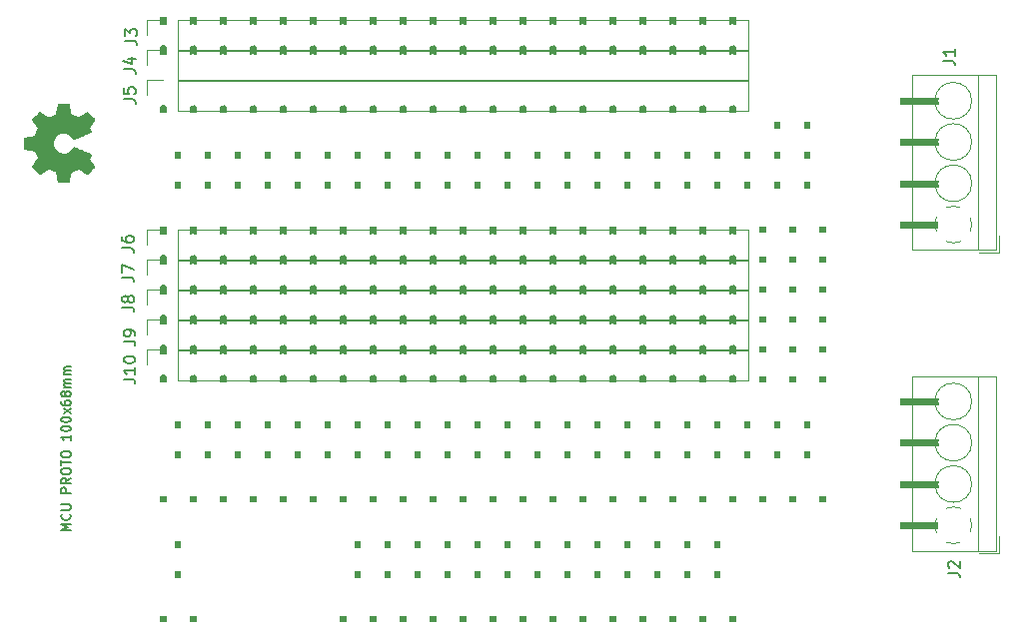
<source format=gbr>
G04 #@! TF.GenerationSoftware,KiCad,Pcbnew,5.1.5+dfsg1-2build2*
G04 #@! TF.CreationDate,2022-02-10T23:43:27-05:00*
G04 #@! TF.ProjectId,MCU_PROTO_100x68mm,4d43555f-5052-44f5-944f-5f3130307836,rev?*
G04 #@! TF.SameCoordinates,Original*
G04 #@! TF.FileFunction,Legend,Top*
G04 #@! TF.FilePolarity,Positive*
%FSLAX46Y46*%
G04 Gerber Fmt 4.6, Leading zero omitted, Abs format (unit mm)*
G04 Created by KiCad (PCBNEW 5.1.5+dfsg1-2build2) date 2022-02-10 23:43:27*
%MOMM*%
%LPD*%
G04 APERTURE LIST*
%ADD10C,0.600000*%
%ADD11C,0.150000*%
%ADD12C,0.120000*%
%ADD13C,0.010000*%
%ADD14O,1.802000X1.802000*%
%ADD15R,1.802000X1.802000*%
%ADD16C,2.102000*%
%ADD17C,3.102000*%
%ADD18C,2.502000*%
%ADD19R,2.502000X2.502000*%
%ADD20C,2.100980*%
G04 APERTURE END LIST*
D10*
X175165000Y-147000000D02*
X178665000Y-147000000D01*
X175165000Y-143500000D02*
X178665000Y-143500000D01*
X175165000Y-140000000D02*
X178665000Y-140000000D01*
X175165000Y-136500000D02*
X178665000Y-136500000D01*
X175165000Y-121500000D02*
X178665000Y-121500000D01*
X175165000Y-118000000D02*
X178665000Y-118000000D01*
X175165000Y-114500000D02*
X178665000Y-114500000D01*
X175165000Y-111000000D02*
X178665000Y-111000000D01*
X167360600Y-113070000D02*
X167860600Y-113070000D01*
X164820600Y-113070000D02*
X165320600Y-113070000D01*
X159740600Y-151170000D02*
X160240600Y-151170000D01*
X157200600Y-151170000D02*
X157700600Y-151170000D01*
X154660600Y-151170000D02*
X155160600Y-151170000D01*
X152120600Y-151170000D02*
X152620600Y-151170000D01*
X149580600Y-151170000D02*
X150080600Y-151170000D01*
X147040600Y-151170000D02*
X147540600Y-151170000D01*
X144500600Y-151170000D02*
X145000600Y-151170000D01*
X141960600Y-151170000D02*
X142460600Y-151170000D01*
X139420600Y-151170000D02*
X139920600Y-151170000D01*
X136880600Y-151170000D02*
X137380600Y-151170000D01*
X134340600Y-151170000D02*
X134840600Y-151170000D01*
X131800600Y-151170000D02*
X132300600Y-151170000D01*
X129260600Y-151170000D02*
X129760600Y-151170000D01*
X114020600Y-151170000D02*
X114520600Y-151170000D01*
X159740600Y-148630000D02*
X160240600Y-148630000D01*
X157200600Y-148630000D02*
X157700600Y-148630000D01*
X154660600Y-148630000D02*
X155160600Y-148630000D01*
X152120600Y-148630000D02*
X152620600Y-148630000D01*
X149580600Y-148630000D02*
X150080600Y-148630000D01*
X147040600Y-148630000D02*
X147540600Y-148630000D01*
X144500600Y-148630000D02*
X145000600Y-148630000D01*
X141960600Y-148630000D02*
X142460600Y-148630000D01*
X139420600Y-148630000D02*
X139920600Y-148630000D01*
X136880600Y-148630000D02*
X137380600Y-148630000D01*
X134340600Y-148630000D02*
X134840600Y-148630000D01*
X131800600Y-148630000D02*
X132300600Y-148630000D01*
X129260600Y-148630000D02*
X129760600Y-148630000D01*
X114020600Y-148630000D02*
X114520600Y-148630000D01*
X167360600Y-141010000D02*
X167860600Y-141010000D01*
X164820600Y-141010000D02*
X165320600Y-141010000D01*
X162280600Y-141010000D02*
X162780600Y-141010000D01*
X159740600Y-141010000D02*
X160240600Y-141010000D01*
X157200600Y-141010000D02*
X157700600Y-141010000D01*
X154660600Y-141010000D02*
X155160600Y-141010000D01*
X152120600Y-141010000D02*
X152620600Y-141010000D01*
X149580600Y-141010000D02*
X150080600Y-141010000D01*
X147040600Y-141010000D02*
X147540600Y-141010000D01*
X144500600Y-141010000D02*
X145000600Y-141010000D01*
X141960600Y-141010000D02*
X142460600Y-141010000D01*
X139420600Y-141010000D02*
X139920600Y-141010000D01*
X136880600Y-141010000D02*
X137380600Y-141010000D01*
X134340600Y-141010000D02*
X134840600Y-141010000D01*
X131800600Y-141010000D02*
X132300600Y-141010000D01*
X129260600Y-141010000D02*
X129760600Y-141010000D01*
X126720600Y-141010000D02*
X127220600Y-141010000D01*
X124180600Y-141010000D02*
X124680600Y-141010000D01*
X121640600Y-141010000D02*
X122140600Y-141010000D01*
X119100600Y-141010000D02*
X119600600Y-141010000D01*
X116560600Y-141010000D02*
X117060600Y-141010000D01*
X114020600Y-141010000D02*
X114520600Y-141010000D01*
X167360600Y-138470000D02*
X167860600Y-138470000D01*
X164820600Y-138470000D02*
X165320600Y-138470000D01*
X162280600Y-138470000D02*
X162780600Y-138470000D01*
X159740600Y-138470000D02*
X160240600Y-138470000D01*
X157200600Y-138470000D02*
X157700600Y-138470000D01*
X154660600Y-138470000D02*
X155160600Y-138470000D01*
X152120600Y-138470000D02*
X152620600Y-138470000D01*
X149580600Y-138470000D02*
X150080600Y-138470000D01*
X147040600Y-138470000D02*
X147540600Y-138470000D01*
X144500600Y-138470000D02*
X145000600Y-138470000D01*
X141960600Y-138470000D02*
X142460600Y-138470000D01*
X139420600Y-138470000D02*
X139920600Y-138470000D01*
X136880600Y-138470000D02*
X137380600Y-138470000D01*
X134340600Y-138470000D02*
X134840600Y-138470000D01*
X131800600Y-138470000D02*
X132300600Y-138470000D01*
X129260600Y-138470000D02*
X129760600Y-138470000D01*
X126720600Y-138470000D02*
X127220600Y-138470000D01*
X124180600Y-138470000D02*
X124680600Y-138470000D01*
X121640600Y-138470000D02*
X122140600Y-138470000D01*
X119100600Y-138470000D02*
X119600600Y-138470000D01*
X116560600Y-138470000D02*
X117060600Y-138470000D01*
X114020600Y-138470000D02*
X114520600Y-138470000D01*
X167360600Y-118150000D02*
X167860600Y-118150000D01*
X164820600Y-118150000D02*
X165320600Y-118150000D01*
X162280600Y-118150000D02*
X162780600Y-118150000D01*
X159740600Y-118150000D02*
X160240600Y-118150000D01*
X157200600Y-118150000D02*
X157700600Y-118150000D01*
X154660600Y-118150000D02*
X155160600Y-118150000D01*
X152120600Y-118150000D02*
X152620600Y-118150000D01*
X149580600Y-118150000D02*
X150080600Y-118150000D01*
X147040600Y-118150000D02*
X147540600Y-118150000D01*
X144500600Y-118150000D02*
X145000600Y-118150000D01*
X141960600Y-118150000D02*
X142460600Y-118150000D01*
X139420600Y-118150000D02*
X139920600Y-118150000D01*
X136880600Y-118150000D02*
X137380600Y-118150000D01*
X134340600Y-118150000D02*
X134840600Y-118150000D01*
X131800600Y-118150000D02*
X132300600Y-118150000D01*
X129260600Y-118150000D02*
X129760600Y-118150000D01*
X126720600Y-118150000D02*
X127220600Y-118150000D01*
X124180600Y-118150000D02*
X124680600Y-118150000D01*
X121640600Y-118150000D02*
X122140600Y-118150000D01*
X119100600Y-118150000D02*
X119600600Y-118150000D01*
X116560600Y-118150000D02*
X117060600Y-118150000D01*
X114020600Y-118150000D02*
X114520600Y-118150000D01*
X167360600Y-115610000D02*
X167860600Y-115610000D01*
X164820600Y-115610000D02*
X165320600Y-115610000D01*
X162280600Y-115610000D02*
X162780600Y-115610000D01*
X159740600Y-115610000D02*
X160240600Y-115610000D01*
X157200600Y-115610000D02*
X157700600Y-115610000D01*
X154660600Y-115610000D02*
X155160600Y-115610000D01*
X152120600Y-115610000D02*
X152620600Y-115610000D01*
X149580600Y-115610000D02*
X150080600Y-115610000D01*
X147040600Y-115610000D02*
X147540600Y-115610000D01*
X144500600Y-115610000D02*
X145000600Y-115610000D01*
X141960600Y-115610000D02*
X142460600Y-115610000D01*
X139420600Y-115610000D02*
X139920600Y-115610000D01*
X136880600Y-115610000D02*
X137380600Y-115610000D01*
X134340600Y-115610000D02*
X134840600Y-115610000D01*
X131800600Y-115610000D02*
X132300600Y-115610000D01*
X129260600Y-115610000D02*
X129760600Y-115610000D01*
X126720600Y-115610000D02*
X127220600Y-115610000D01*
X124180600Y-115610000D02*
X124680600Y-115610000D01*
X121640600Y-115610000D02*
X122140600Y-115610000D01*
X119100600Y-115610000D02*
X119600600Y-115610000D01*
X116560600Y-115610000D02*
X117060600Y-115610000D01*
X114020600Y-115610000D02*
X114520600Y-115610000D01*
X161264600Y-154800000D02*
X161264600Y-155300000D01*
X158724600Y-154800000D02*
X158724600Y-155300000D01*
X156184600Y-154800000D02*
X156184600Y-155300000D01*
X153644600Y-154800000D02*
X153644600Y-155300000D01*
X151104600Y-154800000D02*
X151104600Y-155300000D01*
X148564600Y-154800000D02*
X148564600Y-155300000D01*
X146024600Y-154800000D02*
X146024600Y-155300000D01*
X143484600Y-154800000D02*
X143484600Y-155300000D01*
X140944600Y-154800000D02*
X140944600Y-155300000D01*
X138404600Y-154800000D02*
X138404600Y-155300000D01*
X135864600Y-154800000D02*
X135864600Y-155300000D01*
X133324600Y-154800000D02*
X133324600Y-155300000D01*
X130784600Y-154800000D02*
X130784600Y-155300000D01*
X128244600Y-154800000D02*
X128244600Y-155300000D01*
X115544600Y-154800000D02*
X115544600Y-155300000D01*
X113004600Y-154800000D02*
X113004600Y-155300000D01*
X168884600Y-144640000D02*
X168884600Y-145140000D01*
X166344600Y-144640000D02*
X166344600Y-145140000D01*
X163804600Y-144640000D02*
X163804600Y-145140000D01*
X161264600Y-144640000D02*
X161264600Y-145140000D01*
X158724600Y-144640000D02*
X158724600Y-145140000D01*
X156184600Y-144640000D02*
X156184600Y-145140000D01*
X153644600Y-144640000D02*
X153644600Y-145140000D01*
X151104600Y-144640000D02*
X151104600Y-145140000D01*
X148564600Y-144640000D02*
X148564600Y-145140000D01*
X146024600Y-144640000D02*
X146024600Y-145140000D01*
X143484600Y-144640000D02*
X143484600Y-145140000D01*
X140944600Y-144640000D02*
X140944600Y-145140000D01*
X138404600Y-144640000D02*
X138404600Y-145140000D01*
X135864600Y-144640000D02*
X135864600Y-145140000D01*
X133324600Y-144640000D02*
X133324600Y-145140000D01*
X130784600Y-144640000D02*
X130784600Y-145140000D01*
X128244600Y-144640000D02*
X128244600Y-145140000D01*
X125704600Y-144640000D02*
X125704600Y-145140000D01*
X123164600Y-144640000D02*
X123164600Y-145140000D01*
X120624600Y-144640000D02*
X120624600Y-145140000D01*
X118084600Y-144640000D02*
X118084600Y-145140000D01*
X115544600Y-144640000D02*
X115544600Y-145140000D01*
X113004600Y-144640000D02*
X113004600Y-145140000D01*
X168884600Y-134480000D02*
X168884600Y-134980000D01*
X166344600Y-134480000D02*
X166344600Y-134980000D01*
X163804600Y-134480000D02*
X163804600Y-134980000D01*
X161264600Y-134480000D02*
X161264600Y-134980000D01*
X158724600Y-134480000D02*
X158724600Y-134980000D01*
X156184600Y-134480000D02*
X156184600Y-134980000D01*
X153644600Y-134480000D02*
X153644600Y-134980000D01*
X151104600Y-134480000D02*
X151104600Y-134980000D01*
X148564600Y-134480000D02*
X148564600Y-134980000D01*
X146024600Y-134480000D02*
X146024600Y-134980000D01*
X143484600Y-134480000D02*
X143484600Y-134980000D01*
X140944600Y-134480000D02*
X140944600Y-134980000D01*
X138404600Y-134480000D02*
X138404600Y-134980000D01*
X135864600Y-134480000D02*
X135864600Y-134980000D01*
X133324600Y-134480000D02*
X133324600Y-134980000D01*
X130784600Y-134480000D02*
X130784600Y-134980000D01*
X128244600Y-134480000D02*
X128244600Y-134980000D01*
X125704600Y-134480000D02*
X125704600Y-134980000D01*
X123164600Y-134480000D02*
X123164600Y-134980000D01*
X120624600Y-134480000D02*
X120624600Y-134980000D01*
X118084600Y-134480000D02*
X118084600Y-134980000D01*
X115544600Y-134480000D02*
X115544600Y-134980000D01*
X113004600Y-134480000D02*
X113004600Y-134980000D01*
X168884600Y-131940000D02*
X168884600Y-132440000D01*
X166344600Y-131940000D02*
X166344600Y-132440000D01*
X163804600Y-131940000D02*
X163804600Y-132440000D01*
X161264600Y-131940000D02*
X161264600Y-132440000D01*
X158724600Y-131940000D02*
X158724600Y-132440000D01*
X156184600Y-131940000D02*
X156184600Y-132440000D01*
X153644600Y-131940000D02*
X153644600Y-132440000D01*
X151104600Y-131940000D02*
X151104600Y-132440000D01*
X148564600Y-131940000D02*
X148564600Y-132440000D01*
X146024600Y-131940000D02*
X146024600Y-132440000D01*
X143484600Y-131940000D02*
X143484600Y-132440000D01*
X140944600Y-131940000D02*
X140944600Y-132440000D01*
X138404600Y-131940000D02*
X138404600Y-132440000D01*
X135864600Y-131940000D02*
X135864600Y-132440000D01*
X133324600Y-131940000D02*
X133324600Y-132440000D01*
X130784600Y-131940000D02*
X130784600Y-132440000D01*
X128244600Y-131940000D02*
X128244600Y-132440000D01*
X125704600Y-131940000D02*
X125704600Y-132440000D01*
X123164600Y-131940000D02*
X123164600Y-132440000D01*
X120624600Y-131940000D02*
X120624600Y-132440000D01*
X118084600Y-131940000D02*
X118084600Y-132440000D01*
X115544600Y-131940000D02*
X115544600Y-132440000D01*
X113004600Y-131940000D02*
X113004600Y-132440000D01*
X168884600Y-129400000D02*
X168884600Y-129900000D01*
X166344600Y-129400000D02*
X166344600Y-129900000D01*
X163804600Y-129400000D02*
X163804600Y-129900000D01*
X161264600Y-129400000D02*
X161264600Y-129900000D01*
X158724600Y-129400000D02*
X158724600Y-129900000D01*
X156184600Y-129400000D02*
X156184600Y-129900000D01*
X153644600Y-129400000D02*
X153644600Y-129900000D01*
X151104600Y-129400000D02*
X151104600Y-129900000D01*
X148564600Y-129400000D02*
X148564600Y-129900000D01*
X146024600Y-129400000D02*
X146024600Y-129900000D01*
X143484600Y-129400000D02*
X143484600Y-129900000D01*
X140944600Y-129400000D02*
X140944600Y-129900000D01*
X138404600Y-129400000D02*
X138404600Y-129900000D01*
X135864600Y-129400000D02*
X135864600Y-129900000D01*
X133324600Y-129400000D02*
X133324600Y-129900000D01*
X130784600Y-129400000D02*
X130784600Y-129900000D01*
X128244600Y-129400000D02*
X128244600Y-129900000D01*
X125704600Y-129400000D02*
X125704600Y-129900000D01*
X123164600Y-129400000D02*
X123164600Y-129900000D01*
X120624600Y-129400000D02*
X120624600Y-129900000D01*
X118084600Y-129400000D02*
X118084600Y-129900000D01*
X115544600Y-129400000D02*
X115544600Y-129900000D01*
X113004600Y-129400000D02*
X113004600Y-129900000D01*
X168884600Y-126860000D02*
X168884600Y-127360000D01*
X166344600Y-126860000D02*
X166344600Y-127360000D01*
X163804600Y-126860000D02*
X163804600Y-127360000D01*
X161264600Y-126860000D02*
X161264600Y-127360000D01*
X158724600Y-126860000D02*
X158724600Y-127360000D01*
X156184600Y-126860000D02*
X156184600Y-127360000D01*
X153644600Y-126860000D02*
X153644600Y-127360000D01*
X151104600Y-126860000D02*
X151104600Y-127360000D01*
X148564600Y-126860000D02*
X148564600Y-127360000D01*
X146024600Y-126860000D02*
X146024600Y-127360000D01*
X143484600Y-126860000D02*
X143484600Y-127360000D01*
X140944600Y-126860000D02*
X140944600Y-127360000D01*
X138404600Y-126860000D02*
X138404600Y-127360000D01*
X135864600Y-126860000D02*
X135864600Y-127360000D01*
X133324600Y-126860000D02*
X133324600Y-127360000D01*
X130784600Y-126860000D02*
X130784600Y-127360000D01*
X128244600Y-126860000D02*
X128244600Y-127360000D01*
X125704600Y-126860000D02*
X125704600Y-127360000D01*
X123164600Y-126860000D02*
X123164600Y-127360000D01*
X120624600Y-126860000D02*
X120624600Y-127360000D01*
X118084600Y-126860000D02*
X118084600Y-127360000D01*
X115544600Y-126860000D02*
X115544600Y-127360000D01*
X113004600Y-126860000D02*
X113004600Y-127360000D01*
X168884600Y-124320000D02*
X168884600Y-124820000D01*
X166344600Y-124320000D02*
X166344600Y-124820000D01*
X163804600Y-124320000D02*
X163804600Y-124820000D01*
X161264600Y-124320000D02*
X161264600Y-124820000D01*
X158724600Y-124320000D02*
X158724600Y-124820000D01*
X156184600Y-124320000D02*
X156184600Y-124820000D01*
X153644600Y-124320000D02*
X153644600Y-124820000D01*
X151104600Y-124320000D02*
X151104600Y-124820000D01*
X148564600Y-124320000D02*
X148564600Y-124820000D01*
X146024600Y-124320000D02*
X146024600Y-124820000D01*
X143484600Y-124320000D02*
X143484600Y-124820000D01*
X140944600Y-124320000D02*
X140944600Y-124820000D01*
X138404600Y-124320000D02*
X138404600Y-124820000D01*
X135864600Y-124320000D02*
X135864600Y-124820000D01*
X133324600Y-124320000D02*
X133324600Y-124820000D01*
X130784600Y-124320000D02*
X130784600Y-124820000D01*
X128244600Y-124320000D02*
X128244600Y-124820000D01*
X125704600Y-124320000D02*
X125704600Y-124820000D01*
X123164600Y-124320000D02*
X123164600Y-124820000D01*
X120624600Y-124320000D02*
X120624600Y-124820000D01*
X118084600Y-124320000D02*
X118084600Y-124820000D01*
X115544600Y-124320000D02*
X115544600Y-124820000D01*
X113004600Y-124320000D02*
X113004600Y-124820000D01*
X168884600Y-121780000D02*
X168884600Y-122280000D01*
X166344600Y-121780000D02*
X166344600Y-122280000D01*
X163804600Y-121780000D02*
X163804600Y-122280000D01*
X161264600Y-121780000D02*
X161264600Y-122280000D01*
X158724600Y-121780000D02*
X158724600Y-122280000D01*
X156184600Y-121780000D02*
X156184600Y-122280000D01*
X153644600Y-121780000D02*
X153644600Y-122280000D01*
X151104600Y-121780000D02*
X151104600Y-122280000D01*
X148564600Y-121780000D02*
X148564600Y-122280000D01*
X146024600Y-121780000D02*
X146024600Y-122280000D01*
X143484600Y-121780000D02*
X143484600Y-122280000D01*
X140944600Y-121780000D02*
X140944600Y-122280000D01*
X138404600Y-121780000D02*
X138404600Y-122280000D01*
X135864600Y-121780000D02*
X135864600Y-122280000D01*
X133324600Y-121780000D02*
X133324600Y-122280000D01*
X130784600Y-121780000D02*
X130784600Y-122280000D01*
X128244600Y-121780000D02*
X128244600Y-122280000D01*
X125704600Y-121780000D02*
X125704600Y-122280000D01*
X123164600Y-121780000D02*
X123164600Y-122280000D01*
X120624600Y-121780000D02*
X120624600Y-122280000D01*
X118084600Y-121780000D02*
X118084600Y-122280000D01*
X115544600Y-121780000D02*
X115544600Y-122280000D01*
X113004600Y-121780000D02*
X113004600Y-122280000D01*
X161264600Y-111620000D02*
X161264600Y-112120000D01*
X158724600Y-111620000D02*
X158724600Y-112120000D01*
X156184600Y-111620000D02*
X156184600Y-112120000D01*
X153644600Y-111620000D02*
X153644600Y-112120000D01*
X151104600Y-111620000D02*
X151104600Y-112120000D01*
X148564600Y-111620000D02*
X148564600Y-112120000D01*
X146024600Y-111620000D02*
X146024600Y-112120000D01*
X143484600Y-111620000D02*
X143484600Y-112120000D01*
X140944600Y-111620000D02*
X140944600Y-112120000D01*
X138404600Y-111620000D02*
X138404600Y-112120000D01*
X135864600Y-111620000D02*
X135864600Y-112120000D01*
X133324600Y-111620000D02*
X133324600Y-112120000D01*
X130784600Y-111620000D02*
X130784600Y-112120000D01*
X128244600Y-111620000D02*
X128244600Y-112120000D01*
X125704600Y-111620000D02*
X125704600Y-112120000D01*
X123164600Y-111620000D02*
X123164600Y-112120000D01*
X120624600Y-111620000D02*
X120624600Y-112120000D01*
X118084600Y-111620000D02*
X118084600Y-112120000D01*
X115544600Y-111620000D02*
X115544600Y-112120000D01*
X113004600Y-111620000D02*
X113004600Y-112120000D01*
X161264600Y-106540000D02*
X161264600Y-107040000D01*
X158724600Y-106540000D02*
X158724600Y-107040000D01*
X156184600Y-106540000D02*
X156184600Y-107040000D01*
X153644600Y-106540000D02*
X153644600Y-107040000D01*
X151104600Y-106540000D02*
X151104600Y-107040000D01*
X148564600Y-106540000D02*
X148564600Y-107040000D01*
X146024600Y-106540000D02*
X146024600Y-107040000D01*
X143484600Y-106540000D02*
X143484600Y-107040000D01*
X140944600Y-106540000D02*
X140944600Y-107040000D01*
X138404600Y-106540000D02*
X138404600Y-107040000D01*
X135864600Y-106540000D02*
X135864600Y-107040000D01*
X133324600Y-106540000D02*
X133324600Y-107040000D01*
X130784600Y-106540000D02*
X130784600Y-107040000D01*
X128244600Y-106540000D02*
X128244600Y-107040000D01*
X125704600Y-106540000D02*
X125704600Y-107040000D01*
X123164600Y-106540000D02*
X123164600Y-107040000D01*
X120624600Y-106540000D02*
X120624600Y-107040000D01*
X118084600Y-106540000D02*
X118084600Y-107040000D01*
X115544600Y-106540000D02*
X115544600Y-107040000D01*
X113004600Y-106540000D02*
X113004600Y-107040000D01*
X161264600Y-104000000D02*
X161264600Y-104500000D01*
X158724600Y-104000000D02*
X158724600Y-104500000D01*
X156184600Y-104000000D02*
X156184600Y-104500000D01*
X153644600Y-104000000D02*
X153644600Y-104500000D01*
X151104600Y-104000000D02*
X151104600Y-104500000D01*
X148564600Y-104000000D02*
X148564600Y-104500000D01*
X146024600Y-104000000D02*
X146024600Y-104500000D01*
X143484600Y-104000000D02*
X143484600Y-104500000D01*
X140944600Y-104000000D02*
X140944600Y-104500000D01*
X138404600Y-104000000D02*
X138404600Y-104500000D01*
X135864600Y-104000000D02*
X135864600Y-104500000D01*
X133324600Y-104000000D02*
X133324600Y-104500000D01*
X130784600Y-104000000D02*
X130784600Y-104500000D01*
X128244600Y-104000000D02*
X128244600Y-104500000D01*
X125704600Y-104000000D02*
X125704600Y-104500000D01*
X123164600Y-104000000D02*
X123164600Y-104500000D01*
X120624600Y-104000000D02*
X120624600Y-104500000D01*
X118084600Y-104000000D02*
X118084600Y-104500000D01*
X115544600Y-104000000D02*
X115544600Y-104500000D01*
X113004600Y-104000000D02*
X113004600Y-104500000D01*
D11*
X105185804Y-147408033D02*
X104385804Y-147408033D01*
X104957233Y-147141366D01*
X104385804Y-146874700D01*
X105185804Y-146874700D01*
X105109614Y-146036604D02*
X105147709Y-146074700D01*
X105185804Y-146188985D01*
X105185804Y-146265176D01*
X105147709Y-146379461D01*
X105071519Y-146455652D01*
X104995328Y-146493747D01*
X104842947Y-146531842D01*
X104728661Y-146531842D01*
X104576280Y-146493747D01*
X104500090Y-146455652D01*
X104423900Y-146379461D01*
X104385804Y-146265176D01*
X104385804Y-146188985D01*
X104423900Y-146074700D01*
X104461995Y-146036604D01*
X104385804Y-145693747D02*
X105033423Y-145693747D01*
X105109614Y-145655652D01*
X105147709Y-145617557D01*
X105185804Y-145541366D01*
X105185804Y-145388985D01*
X105147709Y-145312795D01*
X105109614Y-145274700D01*
X105033423Y-145236604D01*
X104385804Y-145236604D01*
X105185804Y-144246128D02*
X104385804Y-144246128D01*
X104385804Y-143941366D01*
X104423900Y-143865176D01*
X104461995Y-143827080D01*
X104538185Y-143788985D01*
X104652471Y-143788985D01*
X104728661Y-143827080D01*
X104766757Y-143865176D01*
X104804852Y-143941366D01*
X104804852Y-144246128D01*
X105185804Y-142988985D02*
X104804852Y-143255652D01*
X105185804Y-143446128D02*
X104385804Y-143446128D01*
X104385804Y-143141366D01*
X104423900Y-143065176D01*
X104461995Y-143027080D01*
X104538185Y-142988985D01*
X104652471Y-142988985D01*
X104728661Y-143027080D01*
X104766757Y-143065176D01*
X104804852Y-143141366D01*
X104804852Y-143446128D01*
X104385804Y-142493747D02*
X104385804Y-142341366D01*
X104423900Y-142265176D01*
X104500090Y-142188985D01*
X104652471Y-142150890D01*
X104919138Y-142150890D01*
X105071519Y-142188985D01*
X105147709Y-142265176D01*
X105185804Y-142341366D01*
X105185804Y-142493747D01*
X105147709Y-142569938D01*
X105071519Y-142646128D01*
X104919138Y-142684223D01*
X104652471Y-142684223D01*
X104500090Y-142646128D01*
X104423900Y-142569938D01*
X104385804Y-142493747D01*
X104385804Y-141922319D02*
X104385804Y-141465176D01*
X105185804Y-141693747D02*
X104385804Y-141693747D01*
X104385804Y-141046128D02*
X104385804Y-140893747D01*
X104423900Y-140817557D01*
X104500090Y-140741366D01*
X104652471Y-140703271D01*
X104919138Y-140703271D01*
X105071519Y-140741366D01*
X105147709Y-140817557D01*
X105185804Y-140893747D01*
X105185804Y-141046128D01*
X105147709Y-141122319D01*
X105071519Y-141198509D01*
X104919138Y-141236604D01*
X104652471Y-141236604D01*
X104500090Y-141198509D01*
X104423900Y-141122319D01*
X104385804Y-141046128D01*
X105185804Y-139331842D02*
X105185804Y-139788985D01*
X105185804Y-139560414D02*
X104385804Y-139560414D01*
X104500090Y-139636604D01*
X104576280Y-139712795D01*
X104614376Y-139788985D01*
X104385804Y-138836604D02*
X104385804Y-138760414D01*
X104423900Y-138684223D01*
X104461995Y-138646128D01*
X104538185Y-138608033D01*
X104690566Y-138569938D01*
X104881042Y-138569938D01*
X105033423Y-138608033D01*
X105109614Y-138646128D01*
X105147709Y-138684223D01*
X105185804Y-138760414D01*
X105185804Y-138836604D01*
X105147709Y-138912795D01*
X105109614Y-138950890D01*
X105033423Y-138988985D01*
X104881042Y-139027080D01*
X104690566Y-139027080D01*
X104538185Y-138988985D01*
X104461995Y-138950890D01*
X104423900Y-138912795D01*
X104385804Y-138836604D01*
X104385804Y-138074700D02*
X104385804Y-137998509D01*
X104423900Y-137922319D01*
X104461995Y-137884223D01*
X104538185Y-137846128D01*
X104690566Y-137808033D01*
X104881042Y-137808033D01*
X105033423Y-137846128D01*
X105109614Y-137884223D01*
X105147709Y-137922319D01*
X105185804Y-137998509D01*
X105185804Y-138074700D01*
X105147709Y-138150890D01*
X105109614Y-138188985D01*
X105033423Y-138227080D01*
X104881042Y-138265176D01*
X104690566Y-138265176D01*
X104538185Y-138227080D01*
X104461995Y-138188985D01*
X104423900Y-138150890D01*
X104385804Y-138074700D01*
X105185804Y-137541366D02*
X104652471Y-137122319D01*
X104652471Y-137541366D02*
X105185804Y-137122319D01*
X104385804Y-136474700D02*
X104385804Y-136627080D01*
X104423900Y-136703271D01*
X104461995Y-136741366D01*
X104576280Y-136817557D01*
X104728661Y-136855652D01*
X105033423Y-136855652D01*
X105109614Y-136817557D01*
X105147709Y-136779461D01*
X105185804Y-136703271D01*
X105185804Y-136550890D01*
X105147709Y-136474700D01*
X105109614Y-136436604D01*
X105033423Y-136398509D01*
X104842947Y-136398509D01*
X104766757Y-136436604D01*
X104728661Y-136474700D01*
X104690566Y-136550890D01*
X104690566Y-136703271D01*
X104728661Y-136779461D01*
X104766757Y-136817557D01*
X104842947Y-136855652D01*
X104728661Y-135941366D02*
X104690566Y-136017557D01*
X104652471Y-136055652D01*
X104576280Y-136093747D01*
X104538185Y-136093747D01*
X104461995Y-136055652D01*
X104423900Y-136017557D01*
X104385804Y-135941366D01*
X104385804Y-135788985D01*
X104423900Y-135712795D01*
X104461995Y-135674700D01*
X104538185Y-135636604D01*
X104576280Y-135636604D01*
X104652471Y-135674700D01*
X104690566Y-135712795D01*
X104728661Y-135788985D01*
X104728661Y-135941366D01*
X104766757Y-136017557D01*
X104804852Y-136055652D01*
X104881042Y-136093747D01*
X105033423Y-136093747D01*
X105109614Y-136055652D01*
X105147709Y-136017557D01*
X105185804Y-135941366D01*
X105185804Y-135788985D01*
X105147709Y-135712795D01*
X105109614Y-135674700D01*
X105033423Y-135636604D01*
X104881042Y-135636604D01*
X104804852Y-135674700D01*
X104766757Y-135712795D01*
X104728661Y-135788985D01*
X105185804Y-135293747D02*
X104652471Y-135293747D01*
X104728661Y-135293747D02*
X104690566Y-135255652D01*
X104652471Y-135179461D01*
X104652471Y-135065176D01*
X104690566Y-134988985D01*
X104766757Y-134950890D01*
X105185804Y-134950890D01*
X104766757Y-134950890D02*
X104690566Y-134912795D01*
X104652471Y-134836604D01*
X104652471Y-134722319D01*
X104690566Y-134646128D01*
X104766757Y-134608033D01*
X105185804Y-134608033D01*
X105185804Y-134227080D02*
X104652471Y-134227080D01*
X104728661Y-134227080D02*
X104690566Y-134188985D01*
X104652471Y-134112795D01*
X104652471Y-133998509D01*
X104690566Y-133922319D01*
X104766757Y-133884223D01*
X105185804Y-133884223D01*
X104766757Y-133884223D02*
X104690566Y-133846128D01*
X104652471Y-133769938D01*
X104652471Y-133655652D01*
X104690566Y-133579461D01*
X104766757Y-133541366D01*
X105185804Y-133541366D01*
D12*
X111670000Y-110530000D02*
X111670000Y-109200000D01*
X111670000Y-109200000D02*
X113000000Y-109200000D01*
X114270000Y-109200000D02*
X162590000Y-109200000D01*
X162590000Y-111860000D02*
X162590000Y-109200000D01*
X114270000Y-111860000D02*
X162590000Y-111860000D01*
X114270000Y-111860000D02*
X114270000Y-109200000D01*
X111670000Y-107990000D02*
X111670000Y-106660000D01*
X111670000Y-106660000D02*
X113000000Y-106660000D01*
X114270000Y-106660000D02*
X162590000Y-106660000D01*
X162590000Y-109320000D02*
X162590000Y-106660000D01*
X114270000Y-109320000D02*
X162590000Y-109320000D01*
X114270000Y-109320000D02*
X114270000Y-106660000D01*
X183900000Y-149400000D02*
X183900000Y-147900000D01*
X182160000Y-149400000D02*
X183900000Y-149400000D01*
X176540000Y-134340000D02*
X183660000Y-134340000D01*
X176540000Y-149160000D02*
X183660000Y-149160000D01*
X183660000Y-149160000D02*
X183660000Y-134340000D01*
X176540000Y-149160000D02*
X176540000Y-134340000D01*
X182100000Y-149160000D02*
X182100000Y-134340000D01*
X181555000Y-136500000D02*
G75*
G03X181555000Y-136500000I-1555000J0D01*
G01*
X181555000Y-140000000D02*
G75*
G03X181555000Y-140000000I-1555000J0D01*
G01*
X181555000Y-143500000D02*
G75*
G03X181555000Y-143500000I-1555000J0D01*
G01*
X181555492Y-146972989D02*
G75*
G02X181432000Y-147608000I-1555492J-27011D01*
G01*
X180607742Y-148432109D02*
G75*
G02X179392000Y-148432000I-607742J1432109D01*
G01*
X178567891Y-147607742D02*
G75*
G02X178568000Y-146392000I1432109J607742D01*
G01*
X179392258Y-145567891D02*
G75*
G02X180608000Y-145568000I607742J-1432109D01*
G01*
X181431385Y-146392413D02*
G75*
G02X181555000Y-147000000I-1431385J-607587D01*
G01*
X183900000Y-123900000D02*
X183900000Y-122400000D01*
X182160000Y-123900000D02*
X183900000Y-123900000D01*
X176540000Y-108840000D02*
X183660000Y-108840000D01*
X176540000Y-123660000D02*
X183660000Y-123660000D01*
X183660000Y-123660000D02*
X183660000Y-108840000D01*
X176540000Y-123660000D02*
X176540000Y-108840000D01*
X182100000Y-123660000D02*
X182100000Y-108840000D01*
X181555000Y-111000000D02*
G75*
G03X181555000Y-111000000I-1555000J0D01*
G01*
X181555000Y-114500000D02*
G75*
G03X181555000Y-114500000I-1555000J0D01*
G01*
X181555000Y-118000000D02*
G75*
G03X181555000Y-118000000I-1555000J0D01*
G01*
X181555492Y-121472989D02*
G75*
G02X181432000Y-122108000I-1555492J-27011D01*
G01*
X180607742Y-122932109D02*
G75*
G02X179392000Y-122932000I-607742J1432109D01*
G01*
X178567891Y-122107742D02*
G75*
G02X178568000Y-120892000I1432109J607742D01*
G01*
X179392258Y-120067891D02*
G75*
G02X180608000Y-120068000I607742J-1432109D01*
G01*
X181431385Y-120892413D02*
G75*
G02X181555000Y-121500000I-1431385J-607587D01*
G01*
X111670000Y-133390000D02*
X111670000Y-132060000D01*
X111670000Y-132060000D02*
X113000000Y-132060000D01*
X114270000Y-132060000D02*
X162590000Y-132060000D01*
X162590000Y-134720000D02*
X162590000Y-132060000D01*
X114270000Y-134720000D02*
X162590000Y-134720000D01*
X114270000Y-134720000D02*
X114270000Y-132060000D01*
X111670000Y-130850000D02*
X111670000Y-129520000D01*
X111670000Y-129520000D02*
X113000000Y-129520000D01*
X114270000Y-129520000D02*
X162590000Y-129520000D01*
X162590000Y-132180000D02*
X162590000Y-129520000D01*
X114270000Y-132180000D02*
X162590000Y-132180000D01*
X114270000Y-132180000D02*
X114270000Y-129520000D01*
X111670000Y-128310000D02*
X111670000Y-126980000D01*
X111670000Y-126980000D02*
X113000000Y-126980000D01*
X114270000Y-126980000D02*
X162590000Y-126980000D01*
X162590000Y-129640000D02*
X162590000Y-126980000D01*
X114270000Y-129640000D02*
X162590000Y-129640000D01*
X114270000Y-129640000D02*
X114270000Y-126980000D01*
X111670000Y-123230000D02*
X111670000Y-121900000D01*
X111670000Y-121900000D02*
X113000000Y-121900000D01*
X114270000Y-121900000D02*
X162590000Y-121900000D01*
X162590000Y-124560000D02*
X162590000Y-121900000D01*
X114270000Y-124560000D02*
X162590000Y-124560000D01*
X114270000Y-124560000D02*
X114270000Y-121900000D01*
X111670000Y-105450000D02*
X111670000Y-104120000D01*
X111670000Y-104120000D02*
X113000000Y-104120000D01*
X114270000Y-104120000D02*
X162590000Y-104120000D01*
X162590000Y-106780000D02*
X162590000Y-104120000D01*
X114270000Y-106780000D02*
X162590000Y-106780000D01*
X114270000Y-106780000D02*
X114270000Y-104120000D01*
X111670000Y-125770000D02*
X111670000Y-124440000D01*
X111670000Y-124440000D02*
X113000000Y-124440000D01*
X114270000Y-124440000D02*
X162590000Y-124440000D01*
X162590000Y-127100000D02*
X162590000Y-124440000D01*
X114270000Y-127100000D02*
X162590000Y-127100000D01*
X114270000Y-127100000D02*
X114270000Y-124440000D01*
D13*
G36*
X101723231Y-114036286D02*
G01*
X102167855Y-113952465D01*
X102295353Y-113643180D01*
X102422851Y-113333894D01*
X102170546Y-112962854D01*
X102100296Y-112858943D01*
X102037572Y-112765013D01*
X101985238Y-112685448D01*
X101946157Y-112624630D01*
X101923193Y-112586943D01*
X101918242Y-112576679D01*
X101930976Y-112558190D01*
X101966182Y-112518680D01*
X102019362Y-112462578D01*
X102086018Y-112394313D01*
X102161654Y-112318314D01*
X102241772Y-112239008D01*
X102321874Y-112160825D01*
X102397464Y-112088193D01*
X102464045Y-112025541D01*
X102517118Y-111977297D01*
X102552187Y-111947890D01*
X102563923Y-111940859D01*
X102585560Y-111950977D01*
X102632962Y-111979341D01*
X102701493Y-112022971D01*
X102786515Y-112078882D01*
X102883393Y-112144094D01*
X102938650Y-112181881D01*
X103039548Y-112250757D01*
X103130599Y-112311960D01*
X103207270Y-112362522D01*
X103265028Y-112399472D01*
X103299343Y-112419842D01*
X103306554Y-112422903D01*
X103327048Y-112415964D01*
X103374813Y-112397049D01*
X103443132Y-112369013D01*
X103525289Y-112334709D01*
X103614570Y-112296991D01*
X103704258Y-112258713D01*
X103787638Y-112222730D01*
X103857994Y-112191894D01*
X103908610Y-112169061D01*
X103932771Y-112157083D01*
X103933722Y-112156376D01*
X103938336Y-112137569D01*
X103948628Y-112087482D01*
X103963587Y-112011307D01*
X103982201Y-111914235D01*
X104003459Y-111801457D01*
X104015718Y-111735658D01*
X104038662Y-111615150D01*
X104060495Y-111506303D01*
X104080022Y-111414624D01*
X104096048Y-111345619D01*
X104107379Y-111304796D01*
X104110974Y-111296589D01*
X104135306Y-111288552D01*
X104190259Y-111282067D01*
X104269408Y-111277130D01*
X104366326Y-111273736D01*
X104474587Y-111271882D01*
X104587765Y-111271562D01*
X104699435Y-111272773D01*
X104803168Y-111275510D01*
X104892541Y-111279769D01*
X104961126Y-111285545D01*
X105002497Y-111292833D01*
X105011110Y-111297205D01*
X105021433Y-111323336D01*
X105036192Y-111378707D01*
X105053652Y-111455993D01*
X105072080Y-111547870D01*
X105078041Y-111579942D01*
X105106366Y-111734576D01*
X105129176Y-111856725D01*
X105147380Y-111950427D01*
X105161883Y-112019716D01*
X105173592Y-112068629D01*
X105183415Y-112101203D01*
X105192256Y-112121472D01*
X105201024Y-112133474D01*
X105202757Y-112135153D01*
X105230671Y-112151916D01*
X105284995Y-112177486D01*
X105359077Y-112209312D01*
X105446265Y-112244840D01*
X105539908Y-112281517D01*
X105633352Y-112316789D01*
X105719947Y-112348104D01*
X105793040Y-112372907D01*
X105845978Y-112388646D01*
X105872111Y-112392768D01*
X105873026Y-112392424D01*
X105894386Y-112378459D01*
X105941384Y-112346778D01*
X106009127Y-112300709D01*
X106092723Y-112243582D01*
X106187282Y-112178727D01*
X106214154Y-112160257D01*
X106311575Y-112094401D01*
X106400463Y-112036450D01*
X106475712Y-111989562D01*
X106532220Y-111956893D01*
X106564881Y-111941600D01*
X106568893Y-111940859D01*
X106589984Y-111953708D01*
X106631764Y-111989212D01*
X106689745Y-112042807D01*
X106759435Y-112109929D01*
X106836345Y-112186013D01*
X106915983Y-112266496D01*
X106993861Y-112346813D01*
X107065486Y-112422401D01*
X107126370Y-112488695D01*
X107172021Y-112541131D01*
X107197950Y-112575145D01*
X107202183Y-112584555D01*
X107192212Y-112606457D01*
X107165320Y-112651300D01*
X107126036Y-112711779D01*
X107094417Y-112758311D01*
X107036398Y-112842625D01*
X106968084Y-112942474D01*
X106899879Y-113042627D01*
X106863375Y-113096473D01*
X106740100Y-113278729D01*
X106822820Y-113431719D01*
X106859059Y-113501418D01*
X106887226Y-113560686D01*
X106903291Y-113600789D01*
X106905526Y-113610997D01*
X106889022Y-113623271D01*
X106842382Y-113647487D01*
X106769909Y-113681837D01*
X106675906Y-113724512D01*
X106564674Y-113773706D01*
X106440515Y-113827610D01*
X106307732Y-113884416D01*
X106170627Y-113942318D01*
X106033502Y-113999507D01*
X105900658Y-114054176D01*
X105776398Y-114104516D01*
X105665025Y-114148720D01*
X105570839Y-114184981D01*
X105498144Y-114211491D01*
X105451241Y-114226442D01*
X105435133Y-114228846D01*
X105414586Y-114209789D01*
X105381233Y-114168064D01*
X105342002Y-114112394D01*
X105338899Y-114107722D01*
X105223723Y-113963836D01*
X105089353Y-113847817D01*
X104940084Y-113760670D01*
X104780213Y-113703401D01*
X104614037Y-113677014D01*
X104445852Y-113682515D01*
X104279955Y-113720910D01*
X104120642Y-113793205D01*
X104085787Y-113814474D01*
X103945037Y-113925104D01*
X103832014Y-114055798D01*
X103747303Y-114202036D01*
X103691494Y-114359292D01*
X103665174Y-114523043D01*
X103668930Y-114688767D01*
X103703350Y-114851938D01*
X103769023Y-115008035D01*
X103866535Y-115152533D01*
X103906113Y-115197231D01*
X104030003Y-115310988D01*
X104160424Y-115393882D01*
X104306615Y-115450744D01*
X104451388Y-115482413D01*
X104614160Y-115490231D01*
X104777740Y-115464162D01*
X104936598Y-115406855D01*
X105085206Y-115320956D01*
X105218035Y-115209114D01*
X105329556Y-115073977D01*
X105341311Y-115056217D01*
X105379808Y-114999950D01*
X105413163Y-114957177D01*
X105434460Y-114936728D01*
X105435133Y-114936431D01*
X105458171Y-114940821D01*
X105510457Y-114958224D01*
X105587690Y-114986832D01*
X105685568Y-115024835D01*
X105799791Y-115070426D01*
X105926058Y-115121797D01*
X106060067Y-115177138D01*
X106197518Y-115234642D01*
X106334108Y-115292499D01*
X106465537Y-115348902D01*
X106587505Y-115402042D01*
X106695709Y-115450110D01*
X106785849Y-115491299D01*
X106853623Y-115523799D01*
X106894730Y-115545803D01*
X106905526Y-115554664D01*
X106897119Y-115581740D01*
X106874572Y-115632403D01*
X106841913Y-115697917D01*
X106822820Y-115733941D01*
X106740100Y-115886932D01*
X106863375Y-116069188D01*
X106926528Y-116162225D01*
X106996027Y-116264085D01*
X107061465Y-116359538D01*
X107094417Y-116407350D01*
X107139573Y-116474595D01*
X107175357Y-116531536D01*
X107197238Y-116570746D01*
X107201863Y-116583481D01*
X107189385Y-116602017D01*
X107154552Y-116643041D01*
X107100978Y-116702575D01*
X107032283Y-116776642D01*
X106952081Y-116861265D01*
X106900586Y-116914785D01*
X106808586Y-117008419D01*
X106726299Y-117089341D01*
X106657245Y-117154277D01*
X106604944Y-117199958D01*
X106572916Y-117223111D01*
X106566416Y-117225332D01*
X106541694Y-117215024D01*
X106491705Y-117186539D01*
X106421512Y-117143037D01*
X106336175Y-117087677D01*
X106240756Y-117023620D01*
X106214154Y-117005403D01*
X106117467Y-116939027D01*
X106030417Y-116879478D01*
X105957895Y-116830084D01*
X105904793Y-116794175D01*
X105876003Y-116775081D01*
X105873026Y-116773236D01*
X105850082Y-116775995D01*
X105799636Y-116790638D01*
X105728341Y-116814613D01*
X105642847Y-116845366D01*
X105549807Y-116880344D01*
X105455874Y-116916993D01*
X105367699Y-116952761D01*
X105291934Y-116985094D01*
X105235231Y-117011438D01*
X105204243Y-117029242D01*
X105202757Y-117030507D01*
X105193901Y-117041394D01*
X105185143Y-117059782D01*
X105175577Y-117089706D01*
X105164296Y-117135203D01*
X105150393Y-117200309D01*
X105132963Y-117289061D01*
X105111098Y-117405493D01*
X105083891Y-117553642D01*
X105078041Y-117585718D01*
X105059674Y-117680786D01*
X105041705Y-117763665D01*
X105025869Y-117827030D01*
X105013900Y-117863558D01*
X105011110Y-117868456D01*
X104986372Y-117876527D01*
X104931090Y-117883087D01*
X104851689Y-117888133D01*
X104754596Y-117891659D01*
X104646238Y-117893661D01*
X104533040Y-117894136D01*
X104421428Y-117893077D01*
X104317829Y-117890482D01*
X104228668Y-117886346D01*
X104160372Y-117880663D01*
X104119366Y-117873431D01*
X104110974Y-117869071D01*
X104102508Y-117844798D01*
X104088735Y-117789526D01*
X104070850Y-117708762D01*
X104050048Y-117608012D01*
X104027523Y-117492783D01*
X104015718Y-117430002D01*
X103993451Y-117310887D01*
X103973279Y-117204665D01*
X103956215Y-117116527D01*
X103943269Y-117051666D01*
X103935455Y-117015274D01*
X103933722Y-117009284D01*
X103914190Y-116999161D01*
X103867143Y-116977762D01*
X103799303Y-116947939D01*
X103717391Y-116912545D01*
X103628128Y-116874432D01*
X103538235Y-116836453D01*
X103454435Y-116801460D01*
X103383447Y-116772306D01*
X103331994Y-116751843D01*
X103306797Y-116742923D01*
X103305696Y-116742757D01*
X103285819Y-116752869D01*
X103240077Y-116781217D01*
X103173017Y-116824823D01*
X103089184Y-116880706D01*
X102993126Y-116945887D01*
X102937950Y-116983779D01*
X102836781Y-117052825D01*
X102744930Y-117114150D01*
X102667044Y-117164763D01*
X102607769Y-117201671D01*
X102571751Y-117221882D01*
X102563677Y-117224801D01*
X102544884Y-117212253D01*
X102504757Y-117177563D01*
X102447793Y-117125163D01*
X102378485Y-117059484D01*
X102301331Y-116984956D01*
X102220825Y-116906013D01*
X102141463Y-116827083D01*
X102067740Y-116752600D01*
X102004152Y-116686994D01*
X101955194Y-116634696D01*
X101925361Y-116600139D01*
X101918242Y-116588578D01*
X101928253Y-116569754D01*
X101956378Y-116524731D01*
X101999754Y-116457887D01*
X102055518Y-116373599D01*
X102120806Y-116276244D01*
X102170546Y-116202807D01*
X102422851Y-115831767D01*
X102167855Y-115213195D01*
X101723231Y-115129375D01*
X101278607Y-115045554D01*
X101278607Y-114120106D01*
X101723231Y-114036286D01*
G37*
X101723231Y-114036286D02*
X102167855Y-113952465D01*
X102295353Y-113643180D01*
X102422851Y-113333894D01*
X102170546Y-112962854D01*
X102100296Y-112858943D01*
X102037572Y-112765013D01*
X101985238Y-112685448D01*
X101946157Y-112624630D01*
X101923193Y-112586943D01*
X101918242Y-112576679D01*
X101930976Y-112558190D01*
X101966182Y-112518680D01*
X102019362Y-112462578D01*
X102086018Y-112394313D01*
X102161654Y-112318314D01*
X102241772Y-112239008D01*
X102321874Y-112160825D01*
X102397464Y-112088193D01*
X102464045Y-112025541D01*
X102517118Y-111977297D01*
X102552187Y-111947890D01*
X102563923Y-111940859D01*
X102585560Y-111950977D01*
X102632962Y-111979341D01*
X102701493Y-112022971D01*
X102786515Y-112078882D01*
X102883393Y-112144094D01*
X102938650Y-112181881D01*
X103039548Y-112250757D01*
X103130599Y-112311960D01*
X103207270Y-112362522D01*
X103265028Y-112399472D01*
X103299343Y-112419842D01*
X103306554Y-112422903D01*
X103327048Y-112415964D01*
X103374813Y-112397049D01*
X103443132Y-112369013D01*
X103525289Y-112334709D01*
X103614570Y-112296991D01*
X103704258Y-112258713D01*
X103787638Y-112222730D01*
X103857994Y-112191894D01*
X103908610Y-112169061D01*
X103932771Y-112157083D01*
X103933722Y-112156376D01*
X103938336Y-112137569D01*
X103948628Y-112087482D01*
X103963587Y-112011307D01*
X103982201Y-111914235D01*
X104003459Y-111801457D01*
X104015718Y-111735658D01*
X104038662Y-111615150D01*
X104060495Y-111506303D01*
X104080022Y-111414624D01*
X104096048Y-111345619D01*
X104107379Y-111304796D01*
X104110974Y-111296589D01*
X104135306Y-111288552D01*
X104190259Y-111282067D01*
X104269408Y-111277130D01*
X104366326Y-111273736D01*
X104474587Y-111271882D01*
X104587765Y-111271562D01*
X104699435Y-111272773D01*
X104803168Y-111275510D01*
X104892541Y-111279769D01*
X104961126Y-111285545D01*
X105002497Y-111292833D01*
X105011110Y-111297205D01*
X105021433Y-111323336D01*
X105036192Y-111378707D01*
X105053652Y-111455993D01*
X105072080Y-111547870D01*
X105078041Y-111579942D01*
X105106366Y-111734576D01*
X105129176Y-111856725D01*
X105147380Y-111950427D01*
X105161883Y-112019716D01*
X105173592Y-112068629D01*
X105183415Y-112101203D01*
X105192256Y-112121472D01*
X105201024Y-112133474D01*
X105202757Y-112135153D01*
X105230671Y-112151916D01*
X105284995Y-112177486D01*
X105359077Y-112209312D01*
X105446265Y-112244840D01*
X105539908Y-112281517D01*
X105633352Y-112316789D01*
X105719947Y-112348104D01*
X105793040Y-112372907D01*
X105845978Y-112388646D01*
X105872111Y-112392768D01*
X105873026Y-112392424D01*
X105894386Y-112378459D01*
X105941384Y-112346778D01*
X106009127Y-112300709D01*
X106092723Y-112243582D01*
X106187282Y-112178727D01*
X106214154Y-112160257D01*
X106311575Y-112094401D01*
X106400463Y-112036450D01*
X106475712Y-111989562D01*
X106532220Y-111956893D01*
X106564881Y-111941600D01*
X106568893Y-111940859D01*
X106589984Y-111953708D01*
X106631764Y-111989212D01*
X106689745Y-112042807D01*
X106759435Y-112109929D01*
X106836345Y-112186013D01*
X106915983Y-112266496D01*
X106993861Y-112346813D01*
X107065486Y-112422401D01*
X107126370Y-112488695D01*
X107172021Y-112541131D01*
X107197950Y-112575145D01*
X107202183Y-112584555D01*
X107192212Y-112606457D01*
X107165320Y-112651300D01*
X107126036Y-112711779D01*
X107094417Y-112758311D01*
X107036398Y-112842625D01*
X106968084Y-112942474D01*
X106899879Y-113042627D01*
X106863375Y-113096473D01*
X106740100Y-113278729D01*
X106822820Y-113431719D01*
X106859059Y-113501418D01*
X106887226Y-113560686D01*
X106903291Y-113600789D01*
X106905526Y-113610997D01*
X106889022Y-113623271D01*
X106842382Y-113647487D01*
X106769909Y-113681837D01*
X106675906Y-113724512D01*
X106564674Y-113773706D01*
X106440515Y-113827610D01*
X106307732Y-113884416D01*
X106170627Y-113942318D01*
X106033502Y-113999507D01*
X105900658Y-114054176D01*
X105776398Y-114104516D01*
X105665025Y-114148720D01*
X105570839Y-114184981D01*
X105498144Y-114211491D01*
X105451241Y-114226442D01*
X105435133Y-114228846D01*
X105414586Y-114209789D01*
X105381233Y-114168064D01*
X105342002Y-114112394D01*
X105338899Y-114107722D01*
X105223723Y-113963836D01*
X105089353Y-113847817D01*
X104940084Y-113760670D01*
X104780213Y-113703401D01*
X104614037Y-113677014D01*
X104445852Y-113682515D01*
X104279955Y-113720910D01*
X104120642Y-113793205D01*
X104085787Y-113814474D01*
X103945037Y-113925104D01*
X103832014Y-114055798D01*
X103747303Y-114202036D01*
X103691494Y-114359292D01*
X103665174Y-114523043D01*
X103668930Y-114688767D01*
X103703350Y-114851938D01*
X103769023Y-115008035D01*
X103866535Y-115152533D01*
X103906113Y-115197231D01*
X104030003Y-115310988D01*
X104160424Y-115393882D01*
X104306615Y-115450744D01*
X104451388Y-115482413D01*
X104614160Y-115490231D01*
X104777740Y-115464162D01*
X104936598Y-115406855D01*
X105085206Y-115320956D01*
X105218035Y-115209114D01*
X105329556Y-115073977D01*
X105341311Y-115056217D01*
X105379808Y-114999950D01*
X105413163Y-114957177D01*
X105434460Y-114936728D01*
X105435133Y-114936431D01*
X105458171Y-114940821D01*
X105510457Y-114958224D01*
X105587690Y-114986832D01*
X105685568Y-115024835D01*
X105799791Y-115070426D01*
X105926058Y-115121797D01*
X106060067Y-115177138D01*
X106197518Y-115234642D01*
X106334108Y-115292499D01*
X106465537Y-115348902D01*
X106587505Y-115402042D01*
X106695709Y-115450110D01*
X106785849Y-115491299D01*
X106853623Y-115523799D01*
X106894730Y-115545803D01*
X106905526Y-115554664D01*
X106897119Y-115581740D01*
X106874572Y-115632403D01*
X106841913Y-115697917D01*
X106822820Y-115733941D01*
X106740100Y-115886932D01*
X106863375Y-116069188D01*
X106926528Y-116162225D01*
X106996027Y-116264085D01*
X107061465Y-116359538D01*
X107094417Y-116407350D01*
X107139573Y-116474595D01*
X107175357Y-116531536D01*
X107197238Y-116570746D01*
X107201863Y-116583481D01*
X107189385Y-116602017D01*
X107154552Y-116643041D01*
X107100978Y-116702575D01*
X107032283Y-116776642D01*
X106952081Y-116861265D01*
X106900586Y-116914785D01*
X106808586Y-117008419D01*
X106726299Y-117089341D01*
X106657245Y-117154277D01*
X106604944Y-117199958D01*
X106572916Y-117223111D01*
X106566416Y-117225332D01*
X106541694Y-117215024D01*
X106491705Y-117186539D01*
X106421512Y-117143037D01*
X106336175Y-117087677D01*
X106240756Y-117023620D01*
X106214154Y-117005403D01*
X106117467Y-116939027D01*
X106030417Y-116879478D01*
X105957895Y-116830084D01*
X105904793Y-116794175D01*
X105876003Y-116775081D01*
X105873026Y-116773236D01*
X105850082Y-116775995D01*
X105799636Y-116790638D01*
X105728341Y-116814613D01*
X105642847Y-116845366D01*
X105549807Y-116880344D01*
X105455874Y-116916993D01*
X105367699Y-116952761D01*
X105291934Y-116985094D01*
X105235231Y-117011438D01*
X105204243Y-117029242D01*
X105202757Y-117030507D01*
X105193901Y-117041394D01*
X105185143Y-117059782D01*
X105175577Y-117089706D01*
X105164296Y-117135203D01*
X105150393Y-117200309D01*
X105132963Y-117289061D01*
X105111098Y-117405493D01*
X105083891Y-117553642D01*
X105078041Y-117585718D01*
X105059674Y-117680786D01*
X105041705Y-117763665D01*
X105025869Y-117827030D01*
X105013900Y-117863558D01*
X105011110Y-117868456D01*
X104986372Y-117876527D01*
X104931090Y-117883087D01*
X104851689Y-117888133D01*
X104754596Y-117891659D01*
X104646238Y-117893661D01*
X104533040Y-117894136D01*
X104421428Y-117893077D01*
X104317829Y-117890482D01*
X104228668Y-117886346D01*
X104160372Y-117880663D01*
X104119366Y-117873431D01*
X104110974Y-117869071D01*
X104102508Y-117844798D01*
X104088735Y-117789526D01*
X104070850Y-117708762D01*
X104050048Y-117608012D01*
X104027523Y-117492783D01*
X104015718Y-117430002D01*
X103993451Y-117310887D01*
X103973279Y-117204665D01*
X103956215Y-117116527D01*
X103943269Y-117051666D01*
X103935455Y-117015274D01*
X103933722Y-117009284D01*
X103914190Y-116999161D01*
X103867143Y-116977762D01*
X103799303Y-116947939D01*
X103717391Y-116912545D01*
X103628128Y-116874432D01*
X103538235Y-116836453D01*
X103454435Y-116801460D01*
X103383447Y-116772306D01*
X103331994Y-116751843D01*
X103306797Y-116742923D01*
X103305696Y-116742757D01*
X103285819Y-116752869D01*
X103240077Y-116781217D01*
X103173017Y-116824823D01*
X103089184Y-116880706D01*
X102993126Y-116945887D01*
X102937950Y-116983779D01*
X102836781Y-117052825D01*
X102744930Y-117114150D01*
X102667044Y-117164763D01*
X102607769Y-117201671D01*
X102571751Y-117221882D01*
X102563677Y-117224801D01*
X102544884Y-117212253D01*
X102504757Y-117177563D01*
X102447793Y-117125163D01*
X102378485Y-117059484D01*
X102301331Y-116984956D01*
X102220825Y-116906013D01*
X102141463Y-116827083D01*
X102067740Y-116752600D01*
X102004152Y-116686994D01*
X101955194Y-116634696D01*
X101925361Y-116600139D01*
X101918242Y-116588578D01*
X101928253Y-116569754D01*
X101956378Y-116524731D01*
X101999754Y-116457887D01*
X102055518Y-116373599D01*
X102120806Y-116276244D01*
X102170546Y-116202807D01*
X102422851Y-115831767D01*
X102167855Y-115213195D01*
X101723231Y-115129375D01*
X101278607Y-115045554D01*
X101278607Y-114120106D01*
X101723231Y-114036286D01*
D11*
X109682380Y-110863333D02*
X110396666Y-110863333D01*
X110539523Y-110910952D01*
X110634761Y-111006190D01*
X110682380Y-111149047D01*
X110682380Y-111244285D01*
X109682380Y-109910952D02*
X109682380Y-110387142D01*
X110158571Y-110434761D01*
X110110952Y-110387142D01*
X110063333Y-110291904D01*
X110063333Y-110053809D01*
X110110952Y-109958571D01*
X110158571Y-109910952D01*
X110253809Y-109863333D01*
X110491904Y-109863333D01*
X110587142Y-109910952D01*
X110634761Y-109958571D01*
X110682380Y-110053809D01*
X110682380Y-110291904D01*
X110634761Y-110387142D01*
X110587142Y-110434761D01*
X109682380Y-108323333D02*
X110396666Y-108323333D01*
X110539523Y-108370952D01*
X110634761Y-108466190D01*
X110682380Y-108609047D01*
X110682380Y-108704285D01*
X110015714Y-107418571D02*
X110682380Y-107418571D01*
X109634761Y-107656666D02*
X110349047Y-107894761D01*
X110349047Y-107275714D01*
X179551080Y-151044233D02*
X180265366Y-151044233D01*
X180408223Y-151091852D01*
X180503461Y-151187090D01*
X180551080Y-151329947D01*
X180551080Y-151425185D01*
X179646319Y-150615661D02*
X179598700Y-150568042D01*
X179551080Y-150472804D01*
X179551080Y-150234709D01*
X179598700Y-150139471D01*
X179646319Y-150091852D01*
X179741557Y-150044233D01*
X179836795Y-150044233D01*
X179979652Y-150091852D01*
X180551080Y-150663280D01*
X180551080Y-150044233D01*
X179131980Y-107610233D02*
X179846266Y-107610233D01*
X179989123Y-107657852D01*
X180084361Y-107753090D01*
X180131980Y-107895947D01*
X180131980Y-107991185D01*
X180131980Y-106610233D02*
X180131980Y-107181661D01*
X180131980Y-106895947D02*
X179131980Y-106895947D01*
X179274838Y-106991185D01*
X179370076Y-107086423D01*
X179417695Y-107181661D01*
X109675680Y-134616723D02*
X110389966Y-134616723D01*
X110532823Y-134664342D01*
X110628061Y-134759580D01*
X110675680Y-134902438D01*
X110675680Y-134997676D01*
X110675680Y-133616723D02*
X110675680Y-134188152D01*
X110675680Y-133902438D02*
X109675680Y-133902438D01*
X109818538Y-133997676D01*
X109913776Y-134092914D01*
X109961395Y-134188152D01*
X109675680Y-132997676D02*
X109675680Y-132902438D01*
X109723300Y-132807200D01*
X109770919Y-132759580D01*
X109866157Y-132711961D01*
X110056633Y-132664342D01*
X110294728Y-132664342D01*
X110485204Y-132711961D01*
X110580442Y-132759580D01*
X110628061Y-132807200D01*
X110675680Y-132902438D01*
X110675680Y-132997676D01*
X110628061Y-133092914D01*
X110580442Y-133140533D01*
X110485204Y-133188152D01*
X110294728Y-133235771D01*
X110056633Y-133235771D01*
X109866157Y-133188152D01*
X109770919Y-133140533D01*
X109723300Y-133092914D01*
X109675680Y-132997676D01*
X109675680Y-131397333D02*
X110389966Y-131397333D01*
X110532823Y-131444952D01*
X110628061Y-131540190D01*
X110675680Y-131683047D01*
X110675680Y-131778285D01*
X110675680Y-130873523D02*
X110675680Y-130683047D01*
X110628061Y-130587809D01*
X110580442Y-130540190D01*
X110437585Y-130444952D01*
X110247109Y-130397333D01*
X109866157Y-130397333D01*
X109770919Y-130444952D01*
X109723300Y-130492571D01*
X109675680Y-130587809D01*
X109675680Y-130778285D01*
X109723300Y-130873523D01*
X109770919Y-130921142D01*
X109866157Y-130968761D01*
X110104252Y-130968761D01*
X110199490Y-130921142D01*
X110247109Y-130873523D01*
X110294728Y-130778285D01*
X110294728Y-130587809D01*
X110247109Y-130492571D01*
X110199490Y-130444952D01*
X110104252Y-130397333D01*
X109574080Y-128527133D02*
X110288366Y-128527133D01*
X110431223Y-128574752D01*
X110526461Y-128669990D01*
X110574080Y-128812847D01*
X110574080Y-128908085D01*
X110002652Y-127908085D02*
X109955033Y-128003323D01*
X109907414Y-128050942D01*
X109812176Y-128098561D01*
X109764557Y-128098561D01*
X109669319Y-128050942D01*
X109621700Y-128003323D01*
X109574080Y-127908085D01*
X109574080Y-127717609D01*
X109621700Y-127622371D01*
X109669319Y-127574752D01*
X109764557Y-127527133D01*
X109812176Y-127527133D01*
X109907414Y-127574752D01*
X109955033Y-127622371D01*
X110002652Y-127717609D01*
X110002652Y-127908085D01*
X110050271Y-128003323D01*
X110097890Y-128050942D01*
X110193128Y-128098561D01*
X110383604Y-128098561D01*
X110478842Y-128050942D01*
X110526461Y-128003323D01*
X110574080Y-127908085D01*
X110574080Y-127717609D01*
X110526461Y-127622371D01*
X110478842Y-127574752D01*
X110383604Y-127527133D01*
X110193128Y-127527133D01*
X110097890Y-127574752D01*
X110050271Y-127622371D01*
X110002652Y-127717609D01*
X109510580Y-123459833D02*
X110224866Y-123459833D01*
X110367723Y-123507452D01*
X110462961Y-123602690D01*
X110510580Y-123745547D01*
X110510580Y-123840785D01*
X109510580Y-122555071D02*
X109510580Y-122745547D01*
X109558200Y-122840785D01*
X109605819Y-122888404D01*
X109748676Y-122983642D01*
X109939152Y-123031261D01*
X110320104Y-123031261D01*
X110415342Y-122983642D01*
X110462961Y-122936023D01*
X110510580Y-122840785D01*
X110510580Y-122650309D01*
X110462961Y-122555071D01*
X110415342Y-122507452D01*
X110320104Y-122459833D01*
X110082009Y-122459833D01*
X109986771Y-122507452D01*
X109939152Y-122555071D01*
X109891533Y-122650309D01*
X109891533Y-122840785D01*
X109939152Y-122936023D01*
X109986771Y-122983642D01*
X110082009Y-123031261D01*
X109802680Y-105908433D02*
X110516966Y-105908433D01*
X110659823Y-105956052D01*
X110755061Y-106051290D01*
X110802680Y-106194147D01*
X110802680Y-106289385D01*
X109802680Y-105527480D02*
X109802680Y-104908433D01*
X110183633Y-105241766D01*
X110183633Y-105098909D01*
X110231252Y-105003671D01*
X110278871Y-104956052D01*
X110374109Y-104908433D01*
X110612204Y-104908433D01*
X110707442Y-104956052D01*
X110755061Y-105003671D01*
X110802680Y-105098909D01*
X110802680Y-105384623D01*
X110755061Y-105479861D01*
X110707442Y-105527480D01*
X109548680Y-125974433D02*
X110262966Y-125974433D01*
X110405823Y-126022052D01*
X110501061Y-126117290D01*
X110548680Y-126260147D01*
X110548680Y-126355385D01*
X109548680Y-125593480D02*
X109548680Y-124926814D01*
X110548680Y-125355385D01*
%LPC*%
D14*
X161260000Y-110530000D03*
X158720000Y-110530000D03*
X156180000Y-110530000D03*
X153640000Y-110530000D03*
X151100000Y-110530000D03*
X148560000Y-110530000D03*
X146020000Y-110530000D03*
X143480000Y-110530000D03*
X140940000Y-110530000D03*
X138400000Y-110530000D03*
X135860000Y-110530000D03*
X133320000Y-110530000D03*
X130780000Y-110530000D03*
X128240000Y-110530000D03*
X125700000Y-110530000D03*
X123160000Y-110530000D03*
X120620000Y-110530000D03*
X118080000Y-110530000D03*
X115540000Y-110530000D03*
D15*
X113000000Y-110530000D03*
D14*
X161260000Y-107990000D03*
X158720000Y-107990000D03*
X156180000Y-107990000D03*
X153640000Y-107990000D03*
X151100000Y-107990000D03*
X148560000Y-107990000D03*
X146020000Y-107990000D03*
X143480000Y-107990000D03*
X140940000Y-107990000D03*
X138400000Y-107990000D03*
X135860000Y-107990000D03*
X133320000Y-107990000D03*
X130780000Y-107990000D03*
X128240000Y-107990000D03*
X125700000Y-107990000D03*
X123160000Y-107990000D03*
X120620000Y-107990000D03*
X118080000Y-107990000D03*
X115540000Y-107990000D03*
D15*
X113000000Y-107990000D03*
D16*
X174500000Y-121500000D03*
X174500000Y-118000000D03*
X174500000Y-114500000D03*
X174500000Y-111000000D03*
D17*
X167500000Y-106000000D03*
D16*
X168880000Y-133390000D03*
X166340000Y-133390000D03*
X163800000Y-133390000D03*
X168880000Y-130850000D03*
X166340000Y-130850000D03*
X163800000Y-130850000D03*
X168880000Y-128310000D03*
X166340000Y-128310000D03*
X163800000Y-128310000D03*
X168880000Y-125770000D03*
X166340000Y-125770000D03*
X163800000Y-125770000D03*
X168880000Y-123230000D03*
X166340000Y-123230000D03*
X163800000Y-123230000D03*
X168880000Y-120690000D03*
X166340000Y-120690000D03*
X163800000Y-120690000D03*
X168880000Y-118150000D03*
X166340000Y-118150000D03*
X163800000Y-118150000D03*
X168880000Y-115610000D03*
X166340000Y-115610000D03*
X163800000Y-115610000D03*
X168880000Y-113070000D03*
X166340000Y-113070000D03*
X163800000Y-113070000D03*
X174500000Y-147000000D03*
X168880000Y-146090000D03*
X166340000Y-146090000D03*
X163800000Y-146090000D03*
X174500000Y-143500000D03*
X168880000Y-143550000D03*
X166340000Y-143550000D03*
X163800000Y-143550000D03*
X174500000Y-140000000D03*
X168880000Y-141010000D03*
X166340000Y-141010000D03*
X163800000Y-141010000D03*
X174500000Y-136500000D03*
X168880000Y-138470000D03*
X166340000Y-138470000D03*
X163800000Y-138470000D03*
X168880000Y-135930000D03*
X166340000Y-135930000D03*
X163800000Y-135930000D03*
X161260000Y-156250000D03*
X158720000Y-156250000D03*
X156180000Y-156250000D03*
X153640000Y-156250000D03*
X151100000Y-156250000D03*
X148560000Y-156250000D03*
X146020000Y-156250000D03*
X143480000Y-156250000D03*
X140940000Y-156250000D03*
X138400000Y-156250000D03*
X135860000Y-156250000D03*
X133320000Y-156250000D03*
X130780000Y-156250000D03*
X128240000Y-156250000D03*
X161260000Y-153710000D03*
X158720000Y-153710000D03*
X156180000Y-153710000D03*
X153640000Y-153710000D03*
X151100000Y-153710000D03*
X148560000Y-153710000D03*
X146020000Y-153710000D03*
X143480000Y-153710000D03*
X140940000Y-153710000D03*
X138400000Y-153710000D03*
X135860000Y-153710000D03*
X133320000Y-153710000D03*
X130780000Y-153710000D03*
X128240000Y-153710000D03*
X161260000Y-151170000D03*
X158720000Y-151170000D03*
X156180000Y-151170000D03*
X153640000Y-151170000D03*
X151100000Y-151170000D03*
X148560000Y-151170000D03*
X146020000Y-151170000D03*
X143480000Y-151170000D03*
X140940000Y-151170000D03*
X138400000Y-151170000D03*
X135860000Y-151170000D03*
X133320000Y-151170000D03*
X130780000Y-151170000D03*
X128240000Y-151170000D03*
X161260000Y-148630000D03*
X158720000Y-148630000D03*
X156180000Y-148630000D03*
X153640000Y-148630000D03*
X151100000Y-148630000D03*
X148560000Y-148630000D03*
X146020000Y-148630000D03*
X143480000Y-148630000D03*
X140940000Y-148630000D03*
X138400000Y-148630000D03*
X135860000Y-148630000D03*
X133320000Y-148630000D03*
X130780000Y-148630000D03*
X128240000Y-148630000D03*
X115540000Y-156250000D03*
X113000000Y-156250000D03*
X115540000Y-153710000D03*
X113000000Y-153710000D03*
X115540000Y-151170000D03*
X113000000Y-151170000D03*
X115540000Y-148630000D03*
X113000000Y-148630000D03*
D18*
X180000000Y-136500000D03*
X180000000Y-140000000D03*
X180000000Y-143500000D03*
D19*
X180000000Y-147000000D03*
D18*
X180000000Y-111000000D03*
X180000000Y-114500000D03*
X180000000Y-118000000D03*
D19*
X180000000Y-121500000D03*
D16*
X161260000Y-146090000D03*
X158720000Y-146090000D03*
X156180000Y-146090000D03*
X153640000Y-146090000D03*
X151100000Y-146090000D03*
X148560000Y-146090000D03*
X146020000Y-146090000D03*
X143480000Y-146090000D03*
X140940000Y-146090000D03*
X138400000Y-146090000D03*
X135860000Y-146090000D03*
X133320000Y-146090000D03*
X130780000Y-146090000D03*
X128240000Y-146090000D03*
X125700000Y-146090000D03*
X123160000Y-146090000D03*
X120620000Y-146090000D03*
X118080000Y-146090000D03*
X115540000Y-146090000D03*
X113000000Y-146090000D03*
X161260000Y-143550000D03*
X158720000Y-143550000D03*
X156180000Y-143550000D03*
X153640000Y-143550000D03*
X151100000Y-143550000D03*
X148560000Y-143550000D03*
X146020000Y-143550000D03*
X143480000Y-143550000D03*
X140940000Y-143550000D03*
X138400000Y-143550000D03*
X135860000Y-143550000D03*
X133320000Y-143550000D03*
X130780000Y-143550000D03*
X128240000Y-143550000D03*
X125700000Y-143550000D03*
X123160000Y-143550000D03*
X120620000Y-143550000D03*
X118080000Y-143550000D03*
X115540000Y-143550000D03*
X113000000Y-143550000D03*
X161260000Y-141010000D03*
X158720000Y-141010000D03*
X156180000Y-141010000D03*
X153640000Y-141010000D03*
X151100000Y-141010000D03*
X148560000Y-141010000D03*
X146020000Y-141010000D03*
X143480000Y-141010000D03*
X140940000Y-141010000D03*
X138400000Y-141010000D03*
X135860000Y-141010000D03*
X133320000Y-141010000D03*
X130780000Y-141010000D03*
X128240000Y-141010000D03*
X125700000Y-141010000D03*
X123160000Y-141010000D03*
X120620000Y-141010000D03*
X118080000Y-141010000D03*
X115540000Y-141010000D03*
X113000000Y-141010000D03*
X161260000Y-138470000D03*
X158720000Y-138470000D03*
X156180000Y-138470000D03*
X153640000Y-138470000D03*
X151100000Y-138470000D03*
X148560000Y-138470000D03*
X146020000Y-138470000D03*
X143480000Y-138470000D03*
X140940000Y-138470000D03*
X138400000Y-138470000D03*
X135860000Y-138470000D03*
X133320000Y-138470000D03*
X130780000Y-138470000D03*
X128240000Y-138470000D03*
X125700000Y-138470000D03*
X123160000Y-138470000D03*
X120620000Y-138470000D03*
X118080000Y-138470000D03*
X115540000Y-138470000D03*
X113000000Y-138470000D03*
X161260000Y-135930000D03*
X158720000Y-135930000D03*
X156180000Y-135930000D03*
X153640000Y-135930000D03*
X151100000Y-135930000D03*
X148560000Y-135930000D03*
X146020000Y-135930000D03*
X143480000Y-135930000D03*
X140940000Y-135930000D03*
X138400000Y-135930000D03*
X135860000Y-135930000D03*
X133320000Y-135930000D03*
X130780000Y-135930000D03*
X128240000Y-135930000D03*
X125700000Y-135930000D03*
X123160000Y-135930000D03*
X120620000Y-135930000D03*
X118080000Y-135930000D03*
X115540000Y-135930000D03*
X161260000Y-120690000D03*
X158720000Y-120690000D03*
X156180000Y-120690000D03*
X153640000Y-120690000D03*
X151100000Y-120690000D03*
X148560000Y-120690000D03*
X146020000Y-120690000D03*
X143480000Y-120690000D03*
X140940000Y-120690000D03*
X138400000Y-120690000D03*
X135860000Y-120690000D03*
X133320000Y-120690000D03*
X130780000Y-120690000D03*
X128240000Y-120690000D03*
X125700000Y-120690000D03*
X123160000Y-120690000D03*
X120620000Y-120690000D03*
X118080000Y-120690000D03*
X115540000Y-120690000D03*
X113000000Y-120690000D03*
X161260000Y-118150000D03*
X158720000Y-118150000D03*
X156180000Y-118150000D03*
X153640000Y-118150000D03*
X151100000Y-118150000D03*
X148560000Y-118150000D03*
X146020000Y-118150000D03*
X143480000Y-118150000D03*
X140940000Y-118150000D03*
X138400000Y-118150000D03*
X135860000Y-118150000D03*
X133320000Y-118150000D03*
X130780000Y-118150000D03*
X128240000Y-118150000D03*
X125700000Y-118150000D03*
X123160000Y-118150000D03*
X120620000Y-118150000D03*
X118080000Y-118150000D03*
X115540000Y-118150000D03*
X113000000Y-118150000D03*
X161260000Y-115610000D03*
X158720000Y-115610000D03*
X156180000Y-115610000D03*
X153640000Y-115610000D03*
X151100000Y-115610000D03*
X148560000Y-115610000D03*
X146020000Y-115610000D03*
X143480000Y-115610000D03*
X140940000Y-115610000D03*
X138400000Y-115610000D03*
X135860000Y-115610000D03*
X133320000Y-115610000D03*
X130780000Y-115610000D03*
X128240000Y-115610000D03*
X125700000Y-115610000D03*
X123160000Y-115610000D03*
X120620000Y-115610000D03*
X118080000Y-115610000D03*
X115540000Y-115610000D03*
X113000000Y-115610000D03*
X161260000Y-113070000D03*
X158720000Y-113070000D03*
X156180000Y-113070000D03*
X153640000Y-113070000D03*
X151100000Y-113070000D03*
X148560000Y-113070000D03*
X146020000Y-113070000D03*
X143480000Y-113070000D03*
X140940000Y-113070000D03*
X138400000Y-113070000D03*
X135860000Y-113070000D03*
X133320000Y-113070000D03*
X130780000Y-113070000D03*
X128240000Y-113070000D03*
X125700000Y-113070000D03*
X123160000Y-113070000D03*
X120620000Y-113070000D03*
X118080000Y-113070000D03*
X115540000Y-113070000D03*
X113000000Y-113070000D03*
D17*
X122500000Y-152000000D03*
D16*
X113000000Y-135930000D03*
X113000000Y-102910000D03*
X115540000Y-102910000D03*
X118080000Y-102910000D03*
X120620000Y-102910000D03*
X123160000Y-102910000D03*
X125700000Y-102910000D03*
D14*
X161260000Y-133390000D03*
X158720000Y-133390000D03*
X156180000Y-133390000D03*
X153640000Y-133390000D03*
X151100000Y-133390000D03*
X148560000Y-133390000D03*
X146020000Y-133390000D03*
X143480000Y-133390000D03*
X140940000Y-133390000D03*
X138400000Y-133390000D03*
X135860000Y-133390000D03*
X133320000Y-133390000D03*
X130780000Y-133390000D03*
X128240000Y-133390000D03*
X125700000Y-133390000D03*
X123160000Y-133390000D03*
X120620000Y-133390000D03*
X118080000Y-133390000D03*
X115540000Y-133390000D03*
D15*
X113000000Y-133390000D03*
D14*
X161260000Y-130850000D03*
X158720000Y-130850000D03*
X156180000Y-130850000D03*
X153640000Y-130850000D03*
X151100000Y-130850000D03*
X148560000Y-130850000D03*
X146020000Y-130850000D03*
X143480000Y-130850000D03*
X140940000Y-130850000D03*
X138400000Y-130850000D03*
X135860000Y-130850000D03*
X133320000Y-130850000D03*
X130780000Y-130850000D03*
X128240000Y-130850000D03*
X125700000Y-130850000D03*
X123160000Y-130850000D03*
X120620000Y-130850000D03*
X118080000Y-130850000D03*
X115540000Y-130850000D03*
D15*
X113000000Y-130850000D03*
D14*
X161260000Y-128310000D03*
X158720000Y-128310000D03*
X156180000Y-128310000D03*
X153640000Y-128310000D03*
X151100000Y-128310000D03*
X148560000Y-128310000D03*
X146020000Y-128310000D03*
X143480000Y-128310000D03*
X140940000Y-128310000D03*
X138400000Y-128310000D03*
X135860000Y-128310000D03*
X133320000Y-128310000D03*
X130780000Y-128310000D03*
X128240000Y-128310000D03*
X125700000Y-128310000D03*
X123160000Y-128310000D03*
X120620000Y-128310000D03*
X118080000Y-128310000D03*
X115540000Y-128310000D03*
D15*
X113000000Y-128310000D03*
D14*
X161260000Y-123230000D03*
X158720000Y-123230000D03*
X156180000Y-123230000D03*
X153640000Y-123230000D03*
X151100000Y-123230000D03*
X148560000Y-123230000D03*
X146020000Y-123230000D03*
X143480000Y-123230000D03*
X140940000Y-123230000D03*
X138400000Y-123230000D03*
X135860000Y-123230000D03*
X133320000Y-123230000D03*
X130780000Y-123230000D03*
X128240000Y-123230000D03*
X125700000Y-123230000D03*
X123160000Y-123230000D03*
X120620000Y-123230000D03*
X118080000Y-123230000D03*
X115540000Y-123230000D03*
D15*
X113000000Y-123230000D03*
D14*
X161260000Y-105450000D03*
X158720000Y-105450000D03*
X156180000Y-105450000D03*
X153640000Y-105450000D03*
X151100000Y-105450000D03*
X148560000Y-105450000D03*
X146020000Y-105450000D03*
X143480000Y-105450000D03*
X140940000Y-105450000D03*
X138400000Y-105450000D03*
X135860000Y-105450000D03*
X133320000Y-105450000D03*
X130780000Y-105450000D03*
X128240000Y-105450000D03*
X125700000Y-105450000D03*
X123160000Y-105450000D03*
X120620000Y-105450000D03*
X118080000Y-105450000D03*
X115540000Y-105450000D03*
D15*
X113000000Y-105450000D03*
D14*
X161260000Y-125770000D03*
X158720000Y-125770000D03*
X156180000Y-125770000D03*
X153640000Y-125770000D03*
X151100000Y-125770000D03*
X148560000Y-125770000D03*
X146020000Y-125770000D03*
X143480000Y-125770000D03*
X140940000Y-125770000D03*
X138400000Y-125770000D03*
X135860000Y-125770000D03*
X133320000Y-125770000D03*
X130780000Y-125770000D03*
X128240000Y-125770000D03*
X125700000Y-125770000D03*
X123160000Y-125770000D03*
X120620000Y-125770000D03*
X118080000Y-125770000D03*
X115540000Y-125770000D03*
D15*
X113000000Y-125770000D03*
D20*
X174500000Y-130850000D03*
X174500000Y-128310000D03*
D16*
X148560000Y-102910000D03*
X161260000Y-102910000D03*
X158720000Y-102910000D03*
X156180000Y-102910000D03*
X153640000Y-102910000D03*
X151100000Y-102910000D03*
X146020000Y-102910000D03*
X143480000Y-102910000D03*
X140940000Y-102910000D03*
X138400000Y-102910000D03*
X135860000Y-102910000D03*
X133320000Y-102910000D03*
X130780000Y-102910000D03*
X128240000Y-102910000D03*
D17*
X167500000Y-152000000D03*
X105000000Y-129000000D03*
X185000000Y-129000000D03*
M02*

</source>
